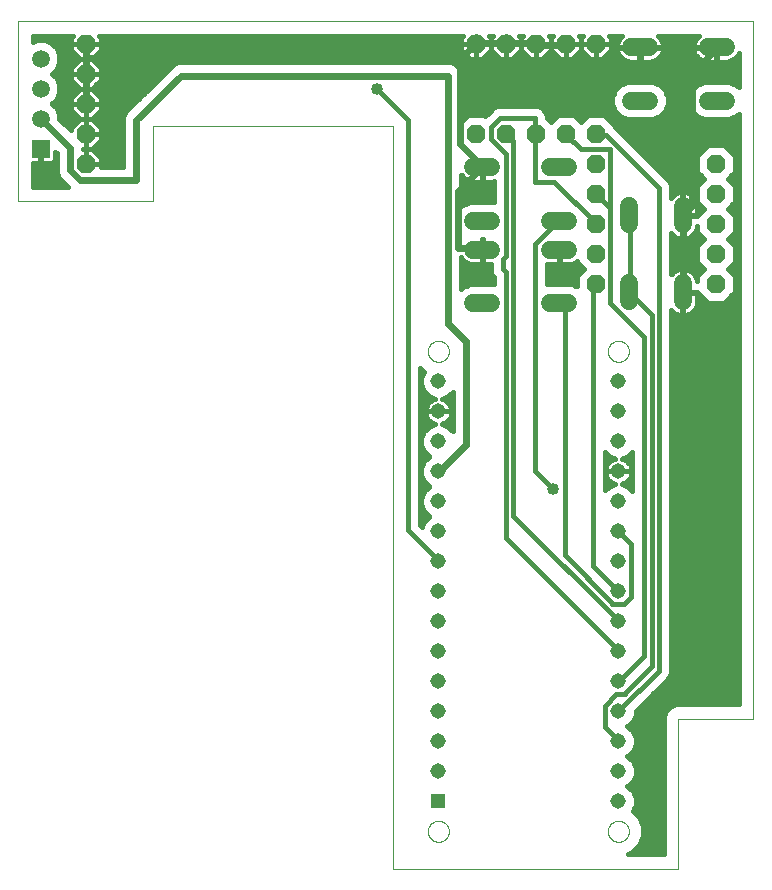
<source format=gtl>
G75*
%MOIN*%
%OFA0B0*%
%FSLAX25Y25*%
%IPPOS*%
%LPD*%
%AMOC8*
5,1,8,0,0,1.08239X$1,22.5*
%
%ADD10C,0.00000*%
%ADD11R,0.05150X0.05150*%
%ADD12C,0.05150*%
%ADD13R,0.05937X0.05937*%
%ADD14C,0.05937*%
%ADD15C,0.06000*%
%ADD16OC8,0.06300*%
%ADD17C,0.02400*%
%ADD18C,0.01600*%
%ADD19C,0.04000*%
D10*
X0126800Y0001800D02*
X0126800Y0249300D01*
X0046800Y0249300D01*
X0046800Y0224300D01*
X0001800Y0224300D01*
X0001800Y0284300D01*
X0246800Y0284300D01*
X0246800Y0051800D01*
X0221800Y0051800D01*
X0221800Y0001800D01*
X0126800Y0001800D01*
X0138300Y0014300D02*
X0138302Y0014418D01*
X0138308Y0014536D01*
X0138318Y0014654D01*
X0138332Y0014771D01*
X0138350Y0014888D01*
X0138372Y0015005D01*
X0138397Y0015120D01*
X0138427Y0015234D01*
X0138461Y0015348D01*
X0138498Y0015460D01*
X0138539Y0015571D01*
X0138584Y0015680D01*
X0138632Y0015788D01*
X0138684Y0015894D01*
X0138740Y0015999D01*
X0138799Y0016101D01*
X0138861Y0016201D01*
X0138927Y0016299D01*
X0138996Y0016395D01*
X0139069Y0016489D01*
X0139144Y0016580D01*
X0139223Y0016668D01*
X0139304Y0016754D01*
X0139389Y0016837D01*
X0139476Y0016917D01*
X0139565Y0016994D01*
X0139658Y0017068D01*
X0139752Y0017138D01*
X0139849Y0017206D01*
X0139949Y0017270D01*
X0140050Y0017331D01*
X0140153Y0017388D01*
X0140259Y0017442D01*
X0140366Y0017493D01*
X0140474Y0017539D01*
X0140584Y0017582D01*
X0140696Y0017621D01*
X0140809Y0017657D01*
X0140923Y0017688D01*
X0141038Y0017716D01*
X0141153Y0017740D01*
X0141270Y0017760D01*
X0141387Y0017776D01*
X0141505Y0017788D01*
X0141623Y0017796D01*
X0141741Y0017800D01*
X0141859Y0017800D01*
X0141977Y0017796D01*
X0142095Y0017788D01*
X0142213Y0017776D01*
X0142330Y0017760D01*
X0142447Y0017740D01*
X0142562Y0017716D01*
X0142677Y0017688D01*
X0142791Y0017657D01*
X0142904Y0017621D01*
X0143016Y0017582D01*
X0143126Y0017539D01*
X0143234Y0017493D01*
X0143341Y0017442D01*
X0143447Y0017388D01*
X0143550Y0017331D01*
X0143651Y0017270D01*
X0143751Y0017206D01*
X0143848Y0017138D01*
X0143942Y0017068D01*
X0144035Y0016994D01*
X0144124Y0016917D01*
X0144211Y0016837D01*
X0144296Y0016754D01*
X0144377Y0016668D01*
X0144456Y0016580D01*
X0144531Y0016489D01*
X0144604Y0016395D01*
X0144673Y0016299D01*
X0144739Y0016201D01*
X0144801Y0016101D01*
X0144860Y0015999D01*
X0144916Y0015894D01*
X0144968Y0015788D01*
X0145016Y0015680D01*
X0145061Y0015571D01*
X0145102Y0015460D01*
X0145139Y0015348D01*
X0145173Y0015234D01*
X0145203Y0015120D01*
X0145228Y0015005D01*
X0145250Y0014888D01*
X0145268Y0014771D01*
X0145282Y0014654D01*
X0145292Y0014536D01*
X0145298Y0014418D01*
X0145300Y0014300D01*
X0145298Y0014182D01*
X0145292Y0014064D01*
X0145282Y0013946D01*
X0145268Y0013829D01*
X0145250Y0013712D01*
X0145228Y0013595D01*
X0145203Y0013480D01*
X0145173Y0013366D01*
X0145139Y0013252D01*
X0145102Y0013140D01*
X0145061Y0013029D01*
X0145016Y0012920D01*
X0144968Y0012812D01*
X0144916Y0012706D01*
X0144860Y0012601D01*
X0144801Y0012499D01*
X0144739Y0012399D01*
X0144673Y0012301D01*
X0144604Y0012205D01*
X0144531Y0012111D01*
X0144456Y0012020D01*
X0144377Y0011932D01*
X0144296Y0011846D01*
X0144211Y0011763D01*
X0144124Y0011683D01*
X0144035Y0011606D01*
X0143942Y0011532D01*
X0143848Y0011462D01*
X0143751Y0011394D01*
X0143651Y0011330D01*
X0143550Y0011269D01*
X0143447Y0011212D01*
X0143341Y0011158D01*
X0143234Y0011107D01*
X0143126Y0011061D01*
X0143016Y0011018D01*
X0142904Y0010979D01*
X0142791Y0010943D01*
X0142677Y0010912D01*
X0142562Y0010884D01*
X0142447Y0010860D01*
X0142330Y0010840D01*
X0142213Y0010824D01*
X0142095Y0010812D01*
X0141977Y0010804D01*
X0141859Y0010800D01*
X0141741Y0010800D01*
X0141623Y0010804D01*
X0141505Y0010812D01*
X0141387Y0010824D01*
X0141270Y0010840D01*
X0141153Y0010860D01*
X0141038Y0010884D01*
X0140923Y0010912D01*
X0140809Y0010943D01*
X0140696Y0010979D01*
X0140584Y0011018D01*
X0140474Y0011061D01*
X0140366Y0011107D01*
X0140259Y0011158D01*
X0140153Y0011212D01*
X0140050Y0011269D01*
X0139949Y0011330D01*
X0139849Y0011394D01*
X0139752Y0011462D01*
X0139658Y0011532D01*
X0139565Y0011606D01*
X0139476Y0011683D01*
X0139389Y0011763D01*
X0139304Y0011846D01*
X0139223Y0011932D01*
X0139144Y0012020D01*
X0139069Y0012111D01*
X0138996Y0012205D01*
X0138927Y0012301D01*
X0138861Y0012399D01*
X0138799Y0012499D01*
X0138740Y0012601D01*
X0138684Y0012706D01*
X0138632Y0012812D01*
X0138584Y0012920D01*
X0138539Y0013029D01*
X0138498Y0013140D01*
X0138461Y0013252D01*
X0138427Y0013366D01*
X0138397Y0013480D01*
X0138372Y0013595D01*
X0138350Y0013712D01*
X0138332Y0013829D01*
X0138318Y0013946D01*
X0138308Y0014064D01*
X0138302Y0014182D01*
X0138300Y0014300D01*
X0198300Y0014300D02*
X0198302Y0014418D01*
X0198308Y0014536D01*
X0198318Y0014654D01*
X0198332Y0014771D01*
X0198350Y0014888D01*
X0198372Y0015005D01*
X0198397Y0015120D01*
X0198427Y0015234D01*
X0198461Y0015348D01*
X0198498Y0015460D01*
X0198539Y0015571D01*
X0198584Y0015680D01*
X0198632Y0015788D01*
X0198684Y0015894D01*
X0198740Y0015999D01*
X0198799Y0016101D01*
X0198861Y0016201D01*
X0198927Y0016299D01*
X0198996Y0016395D01*
X0199069Y0016489D01*
X0199144Y0016580D01*
X0199223Y0016668D01*
X0199304Y0016754D01*
X0199389Y0016837D01*
X0199476Y0016917D01*
X0199565Y0016994D01*
X0199658Y0017068D01*
X0199752Y0017138D01*
X0199849Y0017206D01*
X0199949Y0017270D01*
X0200050Y0017331D01*
X0200153Y0017388D01*
X0200259Y0017442D01*
X0200366Y0017493D01*
X0200474Y0017539D01*
X0200584Y0017582D01*
X0200696Y0017621D01*
X0200809Y0017657D01*
X0200923Y0017688D01*
X0201038Y0017716D01*
X0201153Y0017740D01*
X0201270Y0017760D01*
X0201387Y0017776D01*
X0201505Y0017788D01*
X0201623Y0017796D01*
X0201741Y0017800D01*
X0201859Y0017800D01*
X0201977Y0017796D01*
X0202095Y0017788D01*
X0202213Y0017776D01*
X0202330Y0017760D01*
X0202447Y0017740D01*
X0202562Y0017716D01*
X0202677Y0017688D01*
X0202791Y0017657D01*
X0202904Y0017621D01*
X0203016Y0017582D01*
X0203126Y0017539D01*
X0203234Y0017493D01*
X0203341Y0017442D01*
X0203447Y0017388D01*
X0203550Y0017331D01*
X0203651Y0017270D01*
X0203751Y0017206D01*
X0203848Y0017138D01*
X0203942Y0017068D01*
X0204035Y0016994D01*
X0204124Y0016917D01*
X0204211Y0016837D01*
X0204296Y0016754D01*
X0204377Y0016668D01*
X0204456Y0016580D01*
X0204531Y0016489D01*
X0204604Y0016395D01*
X0204673Y0016299D01*
X0204739Y0016201D01*
X0204801Y0016101D01*
X0204860Y0015999D01*
X0204916Y0015894D01*
X0204968Y0015788D01*
X0205016Y0015680D01*
X0205061Y0015571D01*
X0205102Y0015460D01*
X0205139Y0015348D01*
X0205173Y0015234D01*
X0205203Y0015120D01*
X0205228Y0015005D01*
X0205250Y0014888D01*
X0205268Y0014771D01*
X0205282Y0014654D01*
X0205292Y0014536D01*
X0205298Y0014418D01*
X0205300Y0014300D01*
X0205298Y0014182D01*
X0205292Y0014064D01*
X0205282Y0013946D01*
X0205268Y0013829D01*
X0205250Y0013712D01*
X0205228Y0013595D01*
X0205203Y0013480D01*
X0205173Y0013366D01*
X0205139Y0013252D01*
X0205102Y0013140D01*
X0205061Y0013029D01*
X0205016Y0012920D01*
X0204968Y0012812D01*
X0204916Y0012706D01*
X0204860Y0012601D01*
X0204801Y0012499D01*
X0204739Y0012399D01*
X0204673Y0012301D01*
X0204604Y0012205D01*
X0204531Y0012111D01*
X0204456Y0012020D01*
X0204377Y0011932D01*
X0204296Y0011846D01*
X0204211Y0011763D01*
X0204124Y0011683D01*
X0204035Y0011606D01*
X0203942Y0011532D01*
X0203848Y0011462D01*
X0203751Y0011394D01*
X0203651Y0011330D01*
X0203550Y0011269D01*
X0203447Y0011212D01*
X0203341Y0011158D01*
X0203234Y0011107D01*
X0203126Y0011061D01*
X0203016Y0011018D01*
X0202904Y0010979D01*
X0202791Y0010943D01*
X0202677Y0010912D01*
X0202562Y0010884D01*
X0202447Y0010860D01*
X0202330Y0010840D01*
X0202213Y0010824D01*
X0202095Y0010812D01*
X0201977Y0010804D01*
X0201859Y0010800D01*
X0201741Y0010800D01*
X0201623Y0010804D01*
X0201505Y0010812D01*
X0201387Y0010824D01*
X0201270Y0010840D01*
X0201153Y0010860D01*
X0201038Y0010884D01*
X0200923Y0010912D01*
X0200809Y0010943D01*
X0200696Y0010979D01*
X0200584Y0011018D01*
X0200474Y0011061D01*
X0200366Y0011107D01*
X0200259Y0011158D01*
X0200153Y0011212D01*
X0200050Y0011269D01*
X0199949Y0011330D01*
X0199849Y0011394D01*
X0199752Y0011462D01*
X0199658Y0011532D01*
X0199565Y0011606D01*
X0199476Y0011683D01*
X0199389Y0011763D01*
X0199304Y0011846D01*
X0199223Y0011932D01*
X0199144Y0012020D01*
X0199069Y0012111D01*
X0198996Y0012205D01*
X0198927Y0012301D01*
X0198861Y0012399D01*
X0198799Y0012499D01*
X0198740Y0012601D01*
X0198684Y0012706D01*
X0198632Y0012812D01*
X0198584Y0012920D01*
X0198539Y0013029D01*
X0198498Y0013140D01*
X0198461Y0013252D01*
X0198427Y0013366D01*
X0198397Y0013480D01*
X0198372Y0013595D01*
X0198350Y0013712D01*
X0198332Y0013829D01*
X0198318Y0013946D01*
X0198308Y0014064D01*
X0198302Y0014182D01*
X0198300Y0014300D01*
X0198300Y0174300D02*
X0198302Y0174418D01*
X0198308Y0174536D01*
X0198318Y0174654D01*
X0198332Y0174771D01*
X0198350Y0174888D01*
X0198372Y0175005D01*
X0198397Y0175120D01*
X0198427Y0175234D01*
X0198461Y0175348D01*
X0198498Y0175460D01*
X0198539Y0175571D01*
X0198584Y0175680D01*
X0198632Y0175788D01*
X0198684Y0175894D01*
X0198740Y0175999D01*
X0198799Y0176101D01*
X0198861Y0176201D01*
X0198927Y0176299D01*
X0198996Y0176395D01*
X0199069Y0176489D01*
X0199144Y0176580D01*
X0199223Y0176668D01*
X0199304Y0176754D01*
X0199389Y0176837D01*
X0199476Y0176917D01*
X0199565Y0176994D01*
X0199658Y0177068D01*
X0199752Y0177138D01*
X0199849Y0177206D01*
X0199949Y0177270D01*
X0200050Y0177331D01*
X0200153Y0177388D01*
X0200259Y0177442D01*
X0200366Y0177493D01*
X0200474Y0177539D01*
X0200584Y0177582D01*
X0200696Y0177621D01*
X0200809Y0177657D01*
X0200923Y0177688D01*
X0201038Y0177716D01*
X0201153Y0177740D01*
X0201270Y0177760D01*
X0201387Y0177776D01*
X0201505Y0177788D01*
X0201623Y0177796D01*
X0201741Y0177800D01*
X0201859Y0177800D01*
X0201977Y0177796D01*
X0202095Y0177788D01*
X0202213Y0177776D01*
X0202330Y0177760D01*
X0202447Y0177740D01*
X0202562Y0177716D01*
X0202677Y0177688D01*
X0202791Y0177657D01*
X0202904Y0177621D01*
X0203016Y0177582D01*
X0203126Y0177539D01*
X0203234Y0177493D01*
X0203341Y0177442D01*
X0203447Y0177388D01*
X0203550Y0177331D01*
X0203651Y0177270D01*
X0203751Y0177206D01*
X0203848Y0177138D01*
X0203942Y0177068D01*
X0204035Y0176994D01*
X0204124Y0176917D01*
X0204211Y0176837D01*
X0204296Y0176754D01*
X0204377Y0176668D01*
X0204456Y0176580D01*
X0204531Y0176489D01*
X0204604Y0176395D01*
X0204673Y0176299D01*
X0204739Y0176201D01*
X0204801Y0176101D01*
X0204860Y0175999D01*
X0204916Y0175894D01*
X0204968Y0175788D01*
X0205016Y0175680D01*
X0205061Y0175571D01*
X0205102Y0175460D01*
X0205139Y0175348D01*
X0205173Y0175234D01*
X0205203Y0175120D01*
X0205228Y0175005D01*
X0205250Y0174888D01*
X0205268Y0174771D01*
X0205282Y0174654D01*
X0205292Y0174536D01*
X0205298Y0174418D01*
X0205300Y0174300D01*
X0205298Y0174182D01*
X0205292Y0174064D01*
X0205282Y0173946D01*
X0205268Y0173829D01*
X0205250Y0173712D01*
X0205228Y0173595D01*
X0205203Y0173480D01*
X0205173Y0173366D01*
X0205139Y0173252D01*
X0205102Y0173140D01*
X0205061Y0173029D01*
X0205016Y0172920D01*
X0204968Y0172812D01*
X0204916Y0172706D01*
X0204860Y0172601D01*
X0204801Y0172499D01*
X0204739Y0172399D01*
X0204673Y0172301D01*
X0204604Y0172205D01*
X0204531Y0172111D01*
X0204456Y0172020D01*
X0204377Y0171932D01*
X0204296Y0171846D01*
X0204211Y0171763D01*
X0204124Y0171683D01*
X0204035Y0171606D01*
X0203942Y0171532D01*
X0203848Y0171462D01*
X0203751Y0171394D01*
X0203651Y0171330D01*
X0203550Y0171269D01*
X0203447Y0171212D01*
X0203341Y0171158D01*
X0203234Y0171107D01*
X0203126Y0171061D01*
X0203016Y0171018D01*
X0202904Y0170979D01*
X0202791Y0170943D01*
X0202677Y0170912D01*
X0202562Y0170884D01*
X0202447Y0170860D01*
X0202330Y0170840D01*
X0202213Y0170824D01*
X0202095Y0170812D01*
X0201977Y0170804D01*
X0201859Y0170800D01*
X0201741Y0170800D01*
X0201623Y0170804D01*
X0201505Y0170812D01*
X0201387Y0170824D01*
X0201270Y0170840D01*
X0201153Y0170860D01*
X0201038Y0170884D01*
X0200923Y0170912D01*
X0200809Y0170943D01*
X0200696Y0170979D01*
X0200584Y0171018D01*
X0200474Y0171061D01*
X0200366Y0171107D01*
X0200259Y0171158D01*
X0200153Y0171212D01*
X0200050Y0171269D01*
X0199949Y0171330D01*
X0199849Y0171394D01*
X0199752Y0171462D01*
X0199658Y0171532D01*
X0199565Y0171606D01*
X0199476Y0171683D01*
X0199389Y0171763D01*
X0199304Y0171846D01*
X0199223Y0171932D01*
X0199144Y0172020D01*
X0199069Y0172111D01*
X0198996Y0172205D01*
X0198927Y0172301D01*
X0198861Y0172399D01*
X0198799Y0172499D01*
X0198740Y0172601D01*
X0198684Y0172706D01*
X0198632Y0172812D01*
X0198584Y0172920D01*
X0198539Y0173029D01*
X0198498Y0173140D01*
X0198461Y0173252D01*
X0198427Y0173366D01*
X0198397Y0173480D01*
X0198372Y0173595D01*
X0198350Y0173712D01*
X0198332Y0173829D01*
X0198318Y0173946D01*
X0198308Y0174064D01*
X0198302Y0174182D01*
X0198300Y0174300D01*
X0138300Y0174300D02*
X0138302Y0174418D01*
X0138308Y0174536D01*
X0138318Y0174654D01*
X0138332Y0174771D01*
X0138350Y0174888D01*
X0138372Y0175005D01*
X0138397Y0175120D01*
X0138427Y0175234D01*
X0138461Y0175348D01*
X0138498Y0175460D01*
X0138539Y0175571D01*
X0138584Y0175680D01*
X0138632Y0175788D01*
X0138684Y0175894D01*
X0138740Y0175999D01*
X0138799Y0176101D01*
X0138861Y0176201D01*
X0138927Y0176299D01*
X0138996Y0176395D01*
X0139069Y0176489D01*
X0139144Y0176580D01*
X0139223Y0176668D01*
X0139304Y0176754D01*
X0139389Y0176837D01*
X0139476Y0176917D01*
X0139565Y0176994D01*
X0139658Y0177068D01*
X0139752Y0177138D01*
X0139849Y0177206D01*
X0139949Y0177270D01*
X0140050Y0177331D01*
X0140153Y0177388D01*
X0140259Y0177442D01*
X0140366Y0177493D01*
X0140474Y0177539D01*
X0140584Y0177582D01*
X0140696Y0177621D01*
X0140809Y0177657D01*
X0140923Y0177688D01*
X0141038Y0177716D01*
X0141153Y0177740D01*
X0141270Y0177760D01*
X0141387Y0177776D01*
X0141505Y0177788D01*
X0141623Y0177796D01*
X0141741Y0177800D01*
X0141859Y0177800D01*
X0141977Y0177796D01*
X0142095Y0177788D01*
X0142213Y0177776D01*
X0142330Y0177760D01*
X0142447Y0177740D01*
X0142562Y0177716D01*
X0142677Y0177688D01*
X0142791Y0177657D01*
X0142904Y0177621D01*
X0143016Y0177582D01*
X0143126Y0177539D01*
X0143234Y0177493D01*
X0143341Y0177442D01*
X0143447Y0177388D01*
X0143550Y0177331D01*
X0143651Y0177270D01*
X0143751Y0177206D01*
X0143848Y0177138D01*
X0143942Y0177068D01*
X0144035Y0176994D01*
X0144124Y0176917D01*
X0144211Y0176837D01*
X0144296Y0176754D01*
X0144377Y0176668D01*
X0144456Y0176580D01*
X0144531Y0176489D01*
X0144604Y0176395D01*
X0144673Y0176299D01*
X0144739Y0176201D01*
X0144801Y0176101D01*
X0144860Y0175999D01*
X0144916Y0175894D01*
X0144968Y0175788D01*
X0145016Y0175680D01*
X0145061Y0175571D01*
X0145102Y0175460D01*
X0145139Y0175348D01*
X0145173Y0175234D01*
X0145203Y0175120D01*
X0145228Y0175005D01*
X0145250Y0174888D01*
X0145268Y0174771D01*
X0145282Y0174654D01*
X0145292Y0174536D01*
X0145298Y0174418D01*
X0145300Y0174300D01*
X0145298Y0174182D01*
X0145292Y0174064D01*
X0145282Y0173946D01*
X0145268Y0173829D01*
X0145250Y0173712D01*
X0145228Y0173595D01*
X0145203Y0173480D01*
X0145173Y0173366D01*
X0145139Y0173252D01*
X0145102Y0173140D01*
X0145061Y0173029D01*
X0145016Y0172920D01*
X0144968Y0172812D01*
X0144916Y0172706D01*
X0144860Y0172601D01*
X0144801Y0172499D01*
X0144739Y0172399D01*
X0144673Y0172301D01*
X0144604Y0172205D01*
X0144531Y0172111D01*
X0144456Y0172020D01*
X0144377Y0171932D01*
X0144296Y0171846D01*
X0144211Y0171763D01*
X0144124Y0171683D01*
X0144035Y0171606D01*
X0143942Y0171532D01*
X0143848Y0171462D01*
X0143751Y0171394D01*
X0143651Y0171330D01*
X0143550Y0171269D01*
X0143447Y0171212D01*
X0143341Y0171158D01*
X0143234Y0171107D01*
X0143126Y0171061D01*
X0143016Y0171018D01*
X0142904Y0170979D01*
X0142791Y0170943D01*
X0142677Y0170912D01*
X0142562Y0170884D01*
X0142447Y0170860D01*
X0142330Y0170840D01*
X0142213Y0170824D01*
X0142095Y0170812D01*
X0141977Y0170804D01*
X0141859Y0170800D01*
X0141741Y0170800D01*
X0141623Y0170804D01*
X0141505Y0170812D01*
X0141387Y0170824D01*
X0141270Y0170840D01*
X0141153Y0170860D01*
X0141038Y0170884D01*
X0140923Y0170912D01*
X0140809Y0170943D01*
X0140696Y0170979D01*
X0140584Y0171018D01*
X0140474Y0171061D01*
X0140366Y0171107D01*
X0140259Y0171158D01*
X0140153Y0171212D01*
X0140050Y0171269D01*
X0139949Y0171330D01*
X0139849Y0171394D01*
X0139752Y0171462D01*
X0139658Y0171532D01*
X0139565Y0171606D01*
X0139476Y0171683D01*
X0139389Y0171763D01*
X0139304Y0171846D01*
X0139223Y0171932D01*
X0139144Y0172020D01*
X0139069Y0172111D01*
X0138996Y0172205D01*
X0138927Y0172301D01*
X0138861Y0172399D01*
X0138799Y0172499D01*
X0138740Y0172601D01*
X0138684Y0172706D01*
X0138632Y0172812D01*
X0138584Y0172920D01*
X0138539Y0173029D01*
X0138498Y0173140D01*
X0138461Y0173252D01*
X0138427Y0173366D01*
X0138397Y0173480D01*
X0138372Y0173595D01*
X0138350Y0173712D01*
X0138332Y0173829D01*
X0138318Y0173946D01*
X0138308Y0174064D01*
X0138302Y0174182D01*
X0138300Y0174300D01*
D11*
X0141800Y0024300D03*
D12*
X0141800Y0034300D03*
X0141800Y0044300D03*
X0141800Y0054300D03*
X0141800Y0064300D03*
X0141800Y0074300D03*
X0141800Y0084300D03*
X0141800Y0094300D03*
X0141800Y0104300D03*
X0141800Y0114300D03*
X0141800Y0124300D03*
X0141800Y0134300D03*
X0141800Y0144300D03*
X0141800Y0154300D03*
X0141800Y0164300D03*
X0201800Y0164300D03*
X0201800Y0154300D03*
X0201800Y0144300D03*
X0201800Y0134300D03*
X0201800Y0124300D03*
X0201800Y0114300D03*
X0201800Y0104300D03*
X0201800Y0094300D03*
X0201800Y0084300D03*
X0201800Y0074300D03*
X0201800Y0064300D03*
X0201800Y0054300D03*
X0201800Y0044300D03*
X0201800Y0034300D03*
X0201800Y0024300D03*
D13*
X0009300Y0241800D03*
D14*
X0009300Y0251800D03*
X0009300Y0261800D03*
X0009300Y0271800D03*
D15*
X0153500Y0235700D02*
X0159500Y0235700D01*
X0159500Y0217900D02*
X0153500Y0217900D01*
X0153500Y0208200D02*
X0159500Y0208200D01*
X0159500Y0190400D02*
X0153500Y0190400D01*
X0179100Y0190400D02*
X0185100Y0190400D01*
X0185100Y0208200D02*
X0179100Y0208200D01*
X0179100Y0217900D02*
X0185100Y0217900D01*
X0185100Y0235700D02*
X0179100Y0235700D01*
X0205400Y0222600D02*
X0205400Y0216600D01*
X0205400Y0197000D02*
X0205400Y0191000D01*
X0223200Y0191000D02*
X0223200Y0197000D01*
X0223200Y0216600D02*
X0223200Y0222600D01*
X0231600Y0257900D02*
X0237600Y0257900D01*
X0237600Y0275700D02*
X0231600Y0275700D01*
X0212000Y0275700D02*
X0206000Y0275700D01*
X0206000Y0257900D02*
X0212000Y0257900D01*
D16*
X0194300Y0246800D03*
X0194300Y0236800D03*
X0194300Y0226800D03*
X0194300Y0216800D03*
X0194300Y0206800D03*
X0194300Y0196800D03*
X0234300Y0196800D03*
X0234300Y0206800D03*
X0234300Y0216800D03*
X0234300Y0226800D03*
X0234300Y0236800D03*
X0194300Y0276800D03*
X0184300Y0276800D03*
X0174300Y0276800D03*
X0164300Y0276800D03*
X0154300Y0276800D03*
X0154300Y0246800D03*
X0164300Y0246800D03*
X0174300Y0246800D03*
X0184300Y0246800D03*
X0024300Y0246800D03*
X0024300Y0256800D03*
X0024300Y0266800D03*
X0024300Y0276800D03*
X0024300Y0236800D03*
D17*
X0019024Y0234694D02*
X0022469Y0231249D01*
X0041170Y0231249D01*
X0041170Y0251426D01*
X0055934Y0266190D01*
X0145009Y0266190D01*
X0145009Y0183513D01*
X0150914Y0177607D01*
X0150914Y0143158D01*
X0142056Y0134300D01*
X0141800Y0134300D01*
X0148454Y0208611D02*
X0148454Y0227804D01*
X0156328Y0235678D01*
X0156500Y0235700D01*
X0155835Y0236662D01*
X0148946Y0243552D01*
X0148946Y0271603D01*
X0147961Y0272095D01*
X0024438Y0272095D01*
X0024438Y0267174D01*
X0024300Y0266800D01*
X0024438Y0265698D01*
X0024438Y0256839D01*
X0024300Y0256800D01*
X0019024Y0242076D02*
X0019024Y0234694D01*
X0019024Y0242076D02*
X0009300Y0251800D01*
X0024438Y0272095D02*
X0024438Y0276524D01*
X0024300Y0276800D01*
X0148946Y0271603D02*
X0153375Y0276032D01*
X0154300Y0276800D01*
X0154359Y0277017D01*
X0164202Y0277017D01*
X0164300Y0276800D01*
X0165186Y0277017D01*
X0174044Y0277017D01*
X0174300Y0276800D01*
X0175520Y0276524D01*
X0183887Y0276524D01*
X0184300Y0276800D01*
X0226209Y0267174D02*
X0234576Y0275540D01*
X0234600Y0275700D01*
X0226209Y0267174D02*
X0226209Y0222883D01*
X0223749Y0220422D01*
X0223200Y0219600D01*
X0223257Y0219438D01*
X0223257Y0194339D01*
X0223200Y0194000D01*
X0156500Y0208200D02*
X0156328Y0208611D01*
X0148454Y0208611D01*
D18*
X0149409Y0205665D02*
X0149839Y0205073D01*
X0150373Y0204539D01*
X0150984Y0204095D01*
X0151657Y0203752D01*
X0152376Y0203518D01*
X0153122Y0203400D01*
X0156300Y0203400D01*
X0156300Y0208000D01*
X0156700Y0208000D01*
X0156700Y0203400D01*
X0159217Y0203400D01*
X0159217Y0200926D01*
X0159826Y0199455D01*
X0160202Y0199080D01*
X0160202Y0196600D01*
X0152267Y0196600D01*
X0149988Y0195656D01*
X0149409Y0195077D01*
X0149409Y0205665D01*
X0149409Y0204160D02*
X0150894Y0204160D01*
X0149409Y0202562D02*
X0159217Y0202562D01*
X0159217Y0200963D02*
X0149409Y0200963D01*
X0149409Y0199365D02*
X0159917Y0199365D01*
X0160202Y0197766D02*
X0149409Y0197766D01*
X0149409Y0196168D02*
X0151223Y0196168D01*
X0156300Y0204160D02*
X0156700Y0204160D01*
X0156700Y0205759D02*
X0156300Y0205759D01*
X0156300Y0207357D02*
X0156700Y0207357D01*
X0156700Y0208400D02*
X0156300Y0208400D01*
X0156300Y0211700D01*
X0156700Y0211700D01*
X0156700Y0208400D01*
X0156700Y0208956D02*
X0156300Y0208956D01*
X0156300Y0210554D02*
X0156700Y0210554D01*
X0163217Y0205166D02*
X0164202Y0206150D01*
X0164202Y0240107D01*
X0159280Y0245028D01*
X0159280Y0248965D01*
X0162233Y0251918D01*
X0174044Y0251918D01*
X0174044Y0246997D01*
X0174300Y0246800D01*
X0174044Y0246013D01*
X0174044Y0230757D01*
X0180442Y0230757D01*
X0194221Y0216977D01*
X0194300Y0216800D01*
X0199143Y0221898D02*
X0198650Y0222391D01*
X0199143Y0222883D01*
X0199143Y0241583D01*
X0189300Y0241583D01*
X0184379Y0246505D01*
X0184300Y0246800D01*
X0189300Y0250780D02*
X0186930Y0253150D01*
X0181670Y0253150D01*
X0179300Y0250780D01*
X0178044Y0252036D01*
X0178044Y0252714D01*
X0177435Y0254184D01*
X0176310Y0255309D01*
X0174840Y0255918D01*
X0161437Y0255918D01*
X0159967Y0255309D01*
X0158842Y0254184D01*
X0157369Y0252711D01*
X0156930Y0253150D01*
X0151670Y0253150D01*
X0149409Y0250889D01*
X0149409Y0267065D01*
X0148739Y0268682D01*
X0147501Y0269920D01*
X0145884Y0270590D01*
X0055059Y0270590D01*
X0053441Y0269920D01*
X0052204Y0268682D01*
X0037440Y0253918D01*
X0036770Y0252301D01*
X0036770Y0235649D01*
X0029250Y0235649D01*
X0029250Y0236700D01*
X0024400Y0236700D01*
X0024400Y0236900D01*
X0024200Y0236900D01*
X0024200Y0241750D01*
X0023424Y0241750D01*
X0023424Y0241850D01*
X0024200Y0241850D01*
X0024200Y0246700D01*
X0024400Y0246700D01*
X0024400Y0246900D01*
X0024200Y0246900D01*
X0024200Y0251750D01*
X0022250Y0251750D01*
X0019350Y0248850D01*
X0019350Y0247973D01*
X0015468Y0251854D01*
X0015468Y0253027D01*
X0014529Y0255294D01*
X0013024Y0256800D01*
X0014529Y0258306D01*
X0015468Y0260573D01*
X0015468Y0263027D01*
X0014529Y0265294D01*
X0013024Y0266800D01*
X0014529Y0268306D01*
X0015468Y0270573D01*
X0015468Y0273027D01*
X0014529Y0275294D01*
X0012794Y0277029D01*
X0010527Y0277968D01*
X0008073Y0277968D01*
X0006600Y0277358D01*
X0006600Y0279500D01*
X0020000Y0279500D01*
X0019350Y0278850D01*
X0019350Y0276900D01*
X0024200Y0276900D01*
X0024200Y0276700D01*
X0024400Y0276700D01*
X0024400Y0276900D01*
X0029250Y0276900D01*
X0029250Y0278850D01*
X0028600Y0279500D01*
X0150000Y0279500D01*
X0149350Y0278850D01*
X0149350Y0276900D01*
X0154200Y0276900D01*
X0154200Y0279500D01*
X0154400Y0279500D01*
X0154400Y0276900D01*
X0154200Y0276900D01*
X0154200Y0276700D01*
X0154400Y0276700D01*
X0154400Y0276900D01*
X0159250Y0276900D01*
X0159250Y0278850D01*
X0158600Y0279500D01*
X0160000Y0279500D01*
X0159350Y0278850D01*
X0159350Y0276900D01*
X0164200Y0276900D01*
X0164200Y0279500D01*
X0164400Y0279500D01*
X0164400Y0276900D01*
X0164200Y0276900D01*
X0164200Y0276700D01*
X0164400Y0276700D01*
X0164400Y0276900D01*
X0169250Y0276900D01*
X0169250Y0278850D01*
X0168600Y0279500D01*
X0170000Y0279500D01*
X0169350Y0278850D01*
X0169350Y0276900D01*
X0174200Y0276900D01*
X0174200Y0276700D01*
X0174400Y0276700D01*
X0174400Y0276900D01*
X0179250Y0276900D01*
X0179250Y0278850D01*
X0178600Y0279500D01*
X0180000Y0279500D01*
X0179350Y0278850D01*
X0179350Y0276900D01*
X0184200Y0276900D01*
X0184200Y0276700D01*
X0184400Y0276700D01*
X0184400Y0276900D01*
X0189250Y0276900D01*
X0189250Y0278850D01*
X0188600Y0279500D01*
X0190000Y0279500D01*
X0189350Y0278850D01*
X0189350Y0276900D01*
X0194200Y0276900D01*
X0194200Y0276700D01*
X0194400Y0276700D01*
X0194400Y0276900D01*
X0199250Y0276900D01*
X0199250Y0278850D01*
X0198600Y0279500D01*
X0203064Y0279500D01*
X0202873Y0279361D01*
X0202339Y0278827D01*
X0201895Y0278216D01*
X0201552Y0277543D01*
X0201318Y0276824D01*
X0201200Y0276078D01*
X0201200Y0275900D01*
X0208800Y0275900D01*
X0208800Y0275500D01*
X0209200Y0275500D01*
X0209200Y0275900D01*
X0216800Y0275900D01*
X0216800Y0276078D01*
X0216682Y0276824D01*
X0216448Y0277543D01*
X0216105Y0278216D01*
X0215661Y0278827D01*
X0215127Y0279361D01*
X0214936Y0279500D01*
X0228664Y0279500D01*
X0228473Y0279361D01*
X0227939Y0278827D01*
X0227495Y0278216D01*
X0227152Y0277543D01*
X0226918Y0276824D01*
X0226800Y0276078D01*
X0226800Y0275900D01*
X0234400Y0275900D01*
X0234400Y0275500D01*
X0234800Y0275500D01*
X0234800Y0270900D01*
X0237978Y0270900D01*
X0238724Y0271018D01*
X0239443Y0271252D01*
X0240116Y0271595D01*
X0240727Y0272039D01*
X0241261Y0272573D01*
X0241705Y0273184D01*
X0242000Y0273763D01*
X0242000Y0262268D01*
X0241112Y0263156D01*
X0238833Y0264100D01*
X0230367Y0264100D01*
X0228088Y0263156D01*
X0226344Y0261412D01*
X0225400Y0259133D01*
X0225400Y0256667D01*
X0226344Y0254388D01*
X0228088Y0252644D01*
X0230367Y0251700D01*
X0238833Y0251700D01*
X0241112Y0252644D01*
X0242000Y0253532D01*
X0242000Y0056600D01*
X0220845Y0056600D01*
X0219081Y0055869D01*
X0217731Y0054519D01*
X0217000Y0052755D01*
X0217000Y0006600D01*
X0204899Y0006600D01*
X0206502Y0007264D01*
X0208836Y0009598D01*
X0210100Y0012649D01*
X0210100Y0015951D01*
X0208836Y0019002D01*
X0206729Y0021109D01*
X0207575Y0023151D01*
X0207575Y0025449D01*
X0206696Y0027571D01*
X0205071Y0029196D01*
X0204819Y0029300D01*
X0205071Y0029404D01*
X0206696Y0031029D01*
X0207575Y0033151D01*
X0207575Y0035449D01*
X0206696Y0037571D01*
X0205071Y0039196D01*
X0204819Y0039300D01*
X0205071Y0039404D01*
X0206696Y0041029D01*
X0207575Y0043151D01*
X0207575Y0045449D01*
X0206696Y0047571D01*
X0205071Y0049196D01*
X0204819Y0049300D01*
X0205071Y0049404D01*
X0206696Y0051029D01*
X0207575Y0053151D01*
X0207575Y0054398D01*
X0217648Y0064472D01*
X0218774Y0065597D01*
X0219383Y0067067D01*
X0219383Y0188088D01*
X0219539Y0187873D01*
X0220073Y0187339D01*
X0220684Y0186895D01*
X0221357Y0186552D01*
X0222076Y0186318D01*
X0222822Y0186200D01*
X0223000Y0186200D01*
X0223000Y0193800D01*
X0223400Y0193800D01*
X0223400Y0194200D01*
X0223000Y0194200D01*
X0223000Y0201800D01*
X0222822Y0201800D01*
X0222076Y0201682D01*
X0221357Y0201448D01*
X0220684Y0201105D01*
X0220073Y0200661D01*
X0219539Y0200127D01*
X0219383Y0199912D01*
X0219383Y0213688D01*
X0219539Y0213473D01*
X0220073Y0212939D01*
X0220684Y0212495D01*
X0221357Y0212152D01*
X0222076Y0211918D01*
X0222822Y0211800D01*
X0223000Y0211800D01*
X0223000Y0219400D01*
X0223400Y0219400D01*
X0223400Y0219800D01*
X0223000Y0219800D01*
X0223000Y0227400D01*
X0222822Y0227400D01*
X0222076Y0227282D01*
X0221357Y0227048D01*
X0220684Y0226705D01*
X0220073Y0226261D01*
X0219539Y0225727D01*
X0219383Y0225512D01*
X0219383Y0229584D01*
X0218774Y0231054D01*
X0201057Y0248771D01*
X0200650Y0249178D01*
X0200650Y0249430D01*
X0196930Y0253150D01*
X0191670Y0253150D01*
X0189300Y0250780D01*
X0187965Y0252116D02*
X0190635Y0252116D01*
X0194300Y0246800D02*
X0194713Y0246505D01*
X0197666Y0246505D01*
X0215383Y0228788D01*
X0215383Y0067863D01*
X0202095Y0054576D01*
X0201800Y0054300D01*
X0197174Y0056052D02*
X0201111Y0059989D01*
X0204064Y0059989D01*
X0204064Y0060481D01*
X0212922Y0069339D01*
X0212922Y0186465D01*
X0205540Y0193847D01*
X0205400Y0194000D01*
X0205540Y0194339D01*
X0205540Y0219438D01*
X0205400Y0219600D01*
X0199143Y0221898D02*
X0199143Y0190402D01*
X0210461Y0179083D01*
X0210461Y0072784D01*
X0202095Y0064418D01*
X0201800Y0064300D01*
X0197174Y0056052D02*
X0197174Y0049162D01*
X0201603Y0044733D01*
X0201800Y0044300D01*
X0205162Y0049105D02*
X0217000Y0049105D01*
X0217000Y0050703D02*
X0206370Y0050703D01*
X0207223Y0052302D02*
X0217000Y0052302D01*
X0217474Y0053900D02*
X0207575Y0053900D01*
X0208675Y0055499D02*
X0218711Y0055499D01*
X0213471Y0060294D02*
X0242000Y0060294D01*
X0242000Y0058696D02*
X0211872Y0058696D01*
X0210274Y0057097D02*
X0242000Y0057097D01*
X0242000Y0061893D02*
X0215069Y0061893D01*
X0216668Y0063491D02*
X0242000Y0063491D01*
X0242000Y0065090D02*
X0218266Y0065090D01*
X0219226Y0066688D02*
X0242000Y0066688D01*
X0242000Y0068287D02*
X0219383Y0068287D01*
X0219383Y0069885D02*
X0242000Y0069885D01*
X0242000Y0071484D02*
X0219383Y0071484D01*
X0219383Y0073082D02*
X0242000Y0073082D01*
X0242000Y0074681D02*
X0219383Y0074681D01*
X0219383Y0076279D02*
X0242000Y0076279D01*
X0242000Y0077878D02*
X0219383Y0077878D01*
X0219383Y0079476D02*
X0242000Y0079476D01*
X0242000Y0081075D02*
X0219383Y0081075D01*
X0219383Y0082673D02*
X0242000Y0082673D01*
X0242000Y0084272D02*
X0219383Y0084272D01*
X0219383Y0085870D02*
X0242000Y0085870D01*
X0242000Y0087469D02*
X0219383Y0087469D01*
X0219383Y0089068D02*
X0242000Y0089068D01*
X0242000Y0090666D02*
X0219383Y0090666D01*
X0219383Y0092265D02*
X0242000Y0092265D01*
X0242000Y0093863D02*
X0219383Y0093863D01*
X0219383Y0095462D02*
X0242000Y0095462D01*
X0242000Y0097060D02*
X0219383Y0097060D01*
X0219383Y0098659D02*
X0242000Y0098659D01*
X0242000Y0100257D02*
X0219383Y0100257D01*
X0219383Y0101856D02*
X0242000Y0101856D01*
X0242000Y0103454D02*
X0219383Y0103454D01*
X0219383Y0105053D02*
X0242000Y0105053D01*
X0242000Y0106651D02*
X0219383Y0106651D01*
X0219383Y0108250D02*
X0242000Y0108250D01*
X0242000Y0109848D02*
X0219383Y0109848D01*
X0219383Y0111447D02*
X0242000Y0111447D01*
X0242000Y0113045D02*
X0219383Y0113045D01*
X0219383Y0114644D02*
X0242000Y0114644D01*
X0242000Y0116242D02*
X0219383Y0116242D01*
X0219383Y0117841D02*
X0242000Y0117841D01*
X0242000Y0119439D02*
X0219383Y0119439D01*
X0219383Y0121038D02*
X0242000Y0121038D01*
X0242000Y0122636D02*
X0219383Y0122636D01*
X0219383Y0124235D02*
X0242000Y0124235D01*
X0242000Y0125833D02*
X0219383Y0125833D01*
X0219383Y0127432D02*
X0242000Y0127432D01*
X0242000Y0129030D02*
X0219383Y0129030D01*
X0219383Y0130629D02*
X0242000Y0130629D01*
X0242000Y0132227D02*
X0219383Y0132227D01*
X0219383Y0133826D02*
X0242000Y0133826D01*
X0242000Y0135424D02*
X0219383Y0135424D01*
X0219383Y0137023D02*
X0242000Y0137023D01*
X0242000Y0138621D02*
X0219383Y0138621D01*
X0219383Y0140220D02*
X0242000Y0140220D01*
X0242000Y0141818D02*
X0219383Y0141818D01*
X0219383Y0143417D02*
X0242000Y0143417D01*
X0242000Y0145015D02*
X0219383Y0145015D01*
X0219383Y0146614D02*
X0242000Y0146614D01*
X0242000Y0148212D02*
X0219383Y0148212D01*
X0219383Y0149811D02*
X0242000Y0149811D01*
X0242000Y0151409D02*
X0219383Y0151409D01*
X0219383Y0153008D02*
X0242000Y0153008D01*
X0242000Y0154606D02*
X0219383Y0154606D01*
X0219383Y0156205D02*
X0242000Y0156205D01*
X0242000Y0157803D02*
X0219383Y0157803D01*
X0219383Y0159402D02*
X0242000Y0159402D01*
X0242000Y0161001D02*
X0219383Y0161001D01*
X0219383Y0162599D02*
X0242000Y0162599D01*
X0242000Y0164198D02*
X0219383Y0164198D01*
X0219383Y0165796D02*
X0242000Y0165796D01*
X0242000Y0167395D02*
X0219383Y0167395D01*
X0219383Y0168993D02*
X0242000Y0168993D01*
X0242000Y0170592D02*
X0219383Y0170592D01*
X0219383Y0172190D02*
X0242000Y0172190D01*
X0242000Y0173789D02*
X0219383Y0173789D01*
X0219383Y0175387D02*
X0242000Y0175387D01*
X0242000Y0176986D02*
X0219383Y0176986D01*
X0219383Y0178584D02*
X0242000Y0178584D01*
X0242000Y0180183D02*
X0219383Y0180183D01*
X0219383Y0181781D02*
X0242000Y0181781D01*
X0242000Y0183380D02*
X0219383Y0183380D01*
X0219383Y0184978D02*
X0242000Y0184978D01*
X0242000Y0186577D02*
X0225092Y0186577D01*
X0225043Y0186552D02*
X0225716Y0186895D01*
X0226327Y0187339D01*
X0226861Y0187873D01*
X0227305Y0188484D01*
X0227648Y0189157D01*
X0227882Y0189876D01*
X0228000Y0190622D01*
X0228000Y0193800D01*
X0223400Y0193800D01*
X0223400Y0186200D01*
X0223578Y0186200D01*
X0224324Y0186318D01*
X0225043Y0186552D01*
X0223400Y0186577D02*
X0223000Y0186577D01*
X0223000Y0188175D02*
X0223400Y0188175D01*
X0223400Y0189774D02*
X0223000Y0189774D01*
X0223000Y0191372D02*
X0223400Y0191372D01*
X0223400Y0192971D02*
X0223000Y0192971D01*
X0223400Y0194200D02*
X0227950Y0194200D01*
X0227950Y0194170D01*
X0231670Y0190450D01*
X0236930Y0190450D01*
X0240650Y0194170D01*
X0240650Y0199430D01*
X0238280Y0201800D01*
X0240650Y0204170D01*
X0240650Y0209430D01*
X0238280Y0211800D01*
X0240650Y0214170D01*
X0240650Y0219430D01*
X0238280Y0221800D01*
X0240650Y0224170D01*
X0240650Y0229430D01*
X0238280Y0231800D01*
X0240650Y0234170D01*
X0240650Y0239430D01*
X0236930Y0243150D01*
X0231670Y0243150D01*
X0227950Y0239430D01*
X0227950Y0234170D01*
X0230320Y0231800D01*
X0227950Y0229430D01*
X0227950Y0224170D01*
X0230320Y0221800D01*
X0227950Y0219430D01*
X0227950Y0219400D01*
X0223400Y0219400D01*
X0223400Y0211800D01*
X0223578Y0211800D01*
X0224324Y0211918D01*
X0225043Y0212152D01*
X0225716Y0212495D01*
X0226327Y0212939D01*
X0226861Y0213473D01*
X0227305Y0214084D01*
X0227648Y0214757D01*
X0227882Y0215476D01*
X0227950Y0215907D01*
X0227950Y0214170D01*
X0230320Y0211800D01*
X0227950Y0209430D01*
X0227950Y0204170D01*
X0230320Y0201800D01*
X0227950Y0199430D01*
X0227950Y0197693D01*
X0227882Y0198124D01*
X0227648Y0198843D01*
X0227305Y0199516D01*
X0226861Y0200127D01*
X0226327Y0200661D01*
X0225716Y0201105D01*
X0225043Y0201448D01*
X0224324Y0201682D01*
X0223578Y0201800D01*
X0223400Y0201800D01*
X0223400Y0194200D01*
X0223400Y0194569D02*
X0223000Y0194569D01*
X0223000Y0196168D02*
X0223400Y0196168D01*
X0223400Y0197766D02*
X0223000Y0197766D01*
X0223000Y0199365D02*
X0223400Y0199365D01*
X0223400Y0200963D02*
X0223000Y0200963D01*
X0220489Y0200963D02*
X0219383Y0200963D01*
X0219383Y0202562D02*
X0229558Y0202562D01*
X0229483Y0200963D02*
X0225911Y0200963D01*
X0227382Y0199365D02*
X0227950Y0199365D01*
X0227938Y0197766D02*
X0227950Y0197766D01*
X0228000Y0192971D02*
X0229149Y0192971D01*
X0228000Y0191372D02*
X0230748Y0191372D01*
X0227849Y0189774D02*
X0242000Y0189774D01*
X0242000Y0191372D02*
X0237852Y0191372D01*
X0239451Y0192971D02*
X0242000Y0192971D01*
X0242000Y0194569D02*
X0240650Y0194569D01*
X0240650Y0196168D02*
X0242000Y0196168D01*
X0242000Y0197766D02*
X0240650Y0197766D01*
X0240650Y0199365D02*
X0242000Y0199365D01*
X0242000Y0200963D02*
X0239117Y0200963D01*
X0239042Y0202562D02*
X0242000Y0202562D01*
X0242000Y0204160D02*
X0240641Y0204160D01*
X0240650Y0205759D02*
X0242000Y0205759D01*
X0242000Y0207357D02*
X0240650Y0207357D01*
X0240650Y0208956D02*
X0242000Y0208956D01*
X0242000Y0210554D02*
X0239526Y0210554D01*
X0238633Y0212153D02*
X0242000Y0212153D01*
X0242000Y0213751D02*
X0240232Y0213751D01*
X0240650Y0215350D02*
X0242000Y0215350D01*
X0242000Y0216948D02*
X0240650Y0216948D01*
X0240650Y0218547D02*
X0242000Y0218547D01*
X0242000Y0220145D02*
X0239935Y0220145D01*
X0238336Y0221744D02*
X0242000Y0221744D01*
X0242000Y0223342D02*
X0239823Y0223342D01*
X0240650Y0224941D02*
X0242000Y0224941D01*
X0242000Y0226539D02*
X0240650Y0226539D01*
X0240650Y0228138D02*
X0242000Y0228138D01*
X0242000Y0229737D02*
X0240344Y0229737D01*
X0238745Y0231335D02*
X0242000Y0231335D01*
X0242000Y0232934D02*
X0239414Y0232934D01*
X0240650Y0234532D02*
X0242000Y0234532D01*
X0242000Y0236131D02*
X0240650Y0236131D01*
X0240650Y0237729D02*
X0242000Y0237729D01*
X0242000Y0239328D02*
X0240650Y0239328D01*
X0242000Y0240926D02*
X0239154Y0240926D01*
X0237556Y0242525D02*
X0242000Y0242525D01*
X0242000Y0244123D02*
X0205705Y0244123D01*
X0207303Y0242525D02*
X0231044Y0242525D01*
X0229446Y0240926D02*
X0208902Y0240926D01*
X0210500Y0239328D02*
X0227950Y0239328D01*
X0227950Y0237729D02*
X0212099Y0237729D01*
X0213697Y0236131D02*
X0227950Y0236131D01*
X0227950Y0234532D02*
X0215296Y0234532D01*
X0216894Y0232934D02*
X0229186Y0232934D01*
X0229855Y0231335D02*
X0218493Y0231335D01*
X0219319Y0229737D02*
X0228256Y0229737D01*
X0227950Y0228138D02*
X0219383Y0228138D01*
X0219383Y0226539D02*
X0220456Y0226539D01*
X0223000Y0226539D02*
X0223400Y0226539D01*
X0223400Y0227400D02*
X0223400Y0219800D01*
X0228000Y0219800D01*
X0228000Y0222978D01*
X0227882Y0223724D01*
X0227648Y0224443D01*
X0227305Y0225116D01*
X0226861Y0225727D01*
X0226327Y0226261D01*
X0225716Y0226705D01*
X0225043Y0227048D01*
X0224324Y0227282D01*
X0223578Y0227400D01*
X0223400Y0227400D01*
X0223400Y0224941D02*
X0223000Y0224941D01*
X0223000Y0223342D02*
X0223400Y0223342D01*
X0223400Y0221744D02*
X0223000Y0221744D01*
X0223000Y0220145D02*
X0223400Y0220145D01*
X0223400Y0218547D02*
X0223000Y0218547D01*
X0223000Y0216948D02*
X0223400Y0216948D01*
X0223400Y0215350D02*
X0223000Y0215350D01*
X0223000Y0213751D02*
X0223400Y0213751D01*
X0223400Y0212153D02*
X0223000Y0212153D01*
X0221355Y0212153D02*
X0219383Y0212153D01*
X0219383Y0210554D02*
X0229074Y0210554D01*
X0229967Y0212153D02*
X0225045Y0212153D01*
X0227063Y0213751D02*
X0228368Y0213751D01*
X0227950Y0215350D02*
X0227841Y0215350D01*
X0228000Y0220145D02*
X0228665Y0220145D01*
X0228000Y0221744D02*
X0230264Y0221744D01*
X0228777Y0223342D02*
X0227942Y0223342D01*
X0227950Y0224941D02*
X0227394Y0224941D01*
X0227950Y0226539D02*
X0225944Y0226539D01*
X0227950Y0208956D02*
X0219383Y0208956D01*
X0219383Y0207357D02*
X0227950Y0207357D01*
X0227950Y0205759D02*
X0219383Y0205759D01*
X0219383Y0204160D02*
X0227959Y0204160D01*
X0227081Y0188175D02*
X0242000Y0188175D01*
X0221308Y0186577D02*
X0219383Y0186577D01*
X0194300Y0196800D02*
X0194221Y0196800D01*
X0193237Y0195816D01*
X0193237Y0102804D01*
X0201603Y0094438D01*
X0201800Y0094300D01*
X0199635Y0090501D02*
X0183887Y0106249D01*
X0183887Y0188434D01*
X0182410Y0189910D01*
X0182100Y0190400D01*
X0186333Y0196600D02*
X0187950Y0195930D01*
X0187950Y0199430D01*
X0190320Y0201800D01*
X0187950Y0204170D01*
X0187950Y0204338D01*
X0187616Y0204095D01*
X0186943Y0203752D01*
X0186224Y0203518D01*
X0185478Y0203400D01*
X0182300Y0203400D01*
X0182300Y0208000D01*
X0181900Y0208000D01*
X0181900Y0203400D01*
X0178722Y0203400D01*
X0178044Y0203507D01*
X0178044Y0196600D01*
X0186333Y0196600D01*
X0187377Y0196168D02*
X0187950Y0196168D01*
X0187950Y0197766D02*
X0178044Y0197766D01*
X0178044Y0199365D02*
X0187950Y0199365D01*
X0189483Y0200963D02*
X0178044Y0200963D01*
X0178044Y0202562D02*
X0189558Y0202562D01*
X0187959Y0204160D02*
X0187706Y0204160D01*
X0182300Y0204160D02*
X0181900Y0204160D01*
X0181900Y0205759D02*
X0182300Y0205759D01*
X0182300Y0207357D02*
X0181900Y0207357D01*
X0174044Y0210087D02*
X0181918Y0217961D01*
X0182100Y0217900D01*
X0174044Y0210087D02*
X0174044Y0134300D01*
X0179950Y0128394D01*
X0166662Y0119536D02*
X0166662Y0244536D01*
X0164694Y0246505D01*
X0164300Y0246800D01*
X0158372Y0253714D02*
X0149409Y0253714D01*
X0149409Y0252116D02*
X0150635Y0252116D01*
X0149409Y0255313D02*
X0159976Y0255313D01*
X0149409Y0256911D02*
X0199800Y0256911D01*
X0199800Y0256667D02*
X0200744Y0254388D01*
X0202488Y0252644D01*
X0204767Y0251700D01*
X0213233Y0251700D01*
X0215512Y0252644D01*
X0217256Y0254388D01*
X0218200Y0256667D01*
X0218200Y0259133D01*
X0217256Y0261412D01*
X0215512Y0263156D01*
X0213233Y0264100D01*
X0204767Y0264100D01*
X0202488Y0263156D01*
X0200744Y0261412D01*
X0199800Y0259133D01*
X0199800Y0256667D01*
X0200361Y0255313D02*
X0176301Y0255313D01*
X0177630Y0253714D02*
X0201418Y0253714D01*
X0203763Y0252116D02*
X0197965Y0252116D01*
X0199563Y0250517D02*
X0242000Y0250517D01*
X0242000Y0248919D02*
X0200909Y0248919D01*
X0202508Y0247320D02*
X0242000Y0247320D01*
X0242000Y0245722D02*
X0204106Y0245722D01*
X0214237Y0252116D02*
X0229363Y0252116D01*
X0227018Y0253714D02*
X0216582Y0253714D01*
X0217639Y0255313D02*
X0225961Y0255313D01*
X0225400Y0256911D02*
X0218200Y0256911D01*
X0218200Y0258510D02*
X0225400Y0258510D01*
X0225804Y0260108D02*
X0217796Y0260108D01*
X0216961Y0261707D02*
X0226639Y0261707D01*
X0228448Y0263305D02*
X0215152Y0263305D01*
X0213124Y0271018D02*
X0213843Y0271252D01*
X0214516Y0271595D01*
X0215127Y0272039D01*
X0215661Y0272573D01*
X0216105Y0273184D01*
X0216448Y0273857D01*
X0216682Y0274576D01*
X0216800Y0275322D01*
X0216800Y0275500D01*
X0209200Y0275500D01*
X0209200Y0270900D01*
X0212378Y0270900D01*
X0213124Y0271018D01*
X0213933Y0271298D02*
X0229667Y0271298D01*
X0229757Y0271252D02*
X0230476Y0271018D01*
X0231222Y0270900D01*
X0234400Y0270900D01*
X0234400Y0275500D01*
X0226800Y0275500D01*
X0226800Y0275322D01*
X0226918Y0274576D01*
X0227152Y0273857D01*
X0227495Y0273184D01*
X0227939Y0272573D01*
X0228473Y0272039D01*
X0229084Y0271595D01*
X0229757Y0271252D01*
X0227704Y0272896D02*
X0215896Y0272896D01*
X0216655Y0274495D02*
X0226945Y0274495D01*
X0226802Y0276093D02*
X0216798Y0276093D01*
X0216372Y0277692D02*
X0227228Y0277692D01*
X0228402Y0279290D02*
X0215198Y0279290D01*
X0209200Y0274495D02*
X0208800Y0274495D01*
X0208800Y0275500D02*
X0208800Y0270900D01*
X0205622Y0270900D01*
X0204876Y0271018D01*
X0204157Y0271252D01*
X0203484Y0271595D01*
X0202873Y0272039D01*
X0202339Y0272573D01*
X0201895Y0273184D01*
X0201552Y0273857D01*
X0201318Y0274576D01*
X0201200Y0275322D01*
X0201200Y0275500D01*
X0208800Y0275500D01*
X0208800Y0272896D02*
X0209200Y0272896D01*
X0209200Y0271298D02*
X0208800Y0271298D01*
X0204067Y0271298D02*
X0026803Y0271298D01*
X0026350Y0271750D02*
X0024400Y0271750D01*
X0024400Y0266900D01*
X0029250Y0266900D01*
X0029250Y0268850D01*
X0026350Y0271750D01*
X0026350Y0271850D02*
X0029250Y0274750D01*
X0029250Y0276700D01*
X0024400Y0276700D01*
X0024400Y0271850D01*
X0026350Y0271850D01*
X0027397Y0272896D02*
X0151203Y0272896D01*
X0152250Y0271850D02*
X0149350Y0274750D01*
X0149350Y0276700D01*
X0154200Y0276700D01*
X0154200Y0271850D01*
X0152250Y0271850D01*
X0154400Y0271850D02*
X0154400Y0276700D01*
X0159250Y0276700D01*
X0159250Y0274750D01*
X0156350Y0271850D01*
X0154400Y0271850D01*
X0154400Y0272896D02*
X0154200Y0272896D01*
X0154200Y0274495D02*
X0154400Y0274495D01*
X0154400Y0276093D02*
X0154200Y0276093D01*
X0154200Y0277692D02*
X0154400Y0277692D01*
X0154400Y0279290D02*
X0154200Y0279290D01*
X0158810Y0279290D02*
X0159790Y0279290D01*
X0159350Y0277692D02*
X0159250Y0277692D01*
X0159350Y0276700D02*
X0159350Y0274750D01*
X0162250Y0271850D01*
X0164200Y0271850D01*
X0164200Y0276700D01*
X0159350Y0276700D01*
X0159350Y0276093D02*
X0159250Y0276093D01*
X0158995Y0274495D02*
X0159605Y0274495D01*
X0161203Y0272896D02*
X0157397Y0272896D01*
X0164200Y0272896D02*
X0164400Y0272896D01*
X0164400Y0271850D02*
X0166350Y0271850D01*
X0169250Y0274750D01*
X0169250Y0276700D01*
X0164400Y0276700D01*
X0164400Y0271850D01*
X0164400Y0274495D02*
X0164200Y0274495D01*
X0164200Y0276093D02*
X0164400Y0276093D01*
X0164400Y0277692D02*
X0164200Y0277692D01*
X0164200Y0279290D02*
X0164400Y0279290D01*
X0168810Y0279290D02*
X0169790Y0279290D01*
X0169350Y0277692D02*
X0169250Y0277692D01*
X0169350Y0276700D02*
X0169350Y0274750D01*
X0172250Y0271850D01*
X0174200Y0271850D01*
X0174200Y0276700D01*
X0169350Y0276700D01*
X0169350Y0276093D02*
X0169250Y0276093D01*
X0168995Y0274495D02*
X0169605Y0274495D01*
X0171203Y0272896D02*
X0167397Y0272896D01*
X0174200Y0272896D02*
X0174400Y0272896D01*
X0174400Y0271850D02*
X0176350Y0271850D01*
X0179250Y0274750D01*
X0179250Y0276700D01*
X0174400Y0276700D01*
X0174400Y0271850D01*
X0174400Y0274495D02*
X0174200Y0274495D01*
X0174200Y0276093D02*
X0174400Y0276093D01*
X0177397Y0272896D02*
X0181203Y0272896D01*
X0182250Y0271850D02*
X0179350Y0274750D01*
X0179350Y0276700D01*
X0184200Y0276700D01*
X0184200Y0271850D01*
X0182250Y0271850D01*
X0184400Y0271850D02*
X0184400Y0276700D01*
X0189250Y0276700D01*
X0189250Y0274750D01*
X0186350Y0271850D01*
X0184400Y0271850D01*
X0184400Y0272896D02*
X0184200Y0272896D01*
X0184200Y0274495D02*
X0184400Y0274495D01*
X0184400Y0276093D02*
X0184200Y0276093D01*
X0187397Y0272896D02*
X0191203Y0272896D01*
X0192250Y0271850D02*
X0189350Y0274750D01*
X0189350Y0276700D01*
X0194200Y0276700D01*
X0194200Y0271850D01*
X0192250Y0271850D01*
X0194400Y0271850D02*
X0194400Y0276700D01*
X0199250Y0276700D01*
X0199250Y0274750D01*
X0196350Y0271850D01*
X0194400Y0271850D01*
X0194400Y0272896D02*
X0194200Y0272896D01*
X0194200Y0274495D02*
X0194400Y0274495D01*
X0194400Y0276093D02*
X0194200Y0276093D01*
X0197397Y0272896D02*
X0202104Y0272896D01*
X0201345Y0274495D02*
X0198995Y0274495D01*
X0199250Y0276093D02*
X0201202Y0276093D01*
X0201628Y0277692D02*
X0199250Y0277692D01*
X0198810Y0279290D02*
X0202802Y0279290D01*
X0189790Y0279290D02*
X0188810Y0279290D01*
X0189250Y0277692D02*
X0189350Y0277692D01*
X0189350Y0276093D02*
X0189250Y0276093D01*
X0188995Y0274495D02*
X0189605Y0274495D01*
X0179605Y0274495D02*
X0178995Y0274495D01*
X0179250Y0276093D02*
X0179350Y0276093D01*
X0179350Y0277692D02*
X0179250Y0277692D01*
X0178810Y0279290D02*
X0179790Y0279290D01*
X0201039Y0261707D02*
X0149409Y0261707D01*
X0149409Y0263305D02*
X0202848Y0263305D01*
X0200204Y0260108D02*
X0149409Y0260108D01*
X0149409Y0258510D02*
X0199800Y0258510D01*
X0180635Y0252116D02*
X0178044Y0252116D01*
X0156700Y0235500D02*
X0156700Y0230900D01*
X0159878Y0230900D01*
X0160202Y0230951D01*
X0160202Y0224100D01*
X0152267Y0224100D01*
X0149988Y0223156D01*
X0149409Y0222577D01*
X0149409Y0233165D01*
X0149839Y0232573D01*
X0150373Y0232039D01*
X0150984Y0231595D01*
X0151657Y0231252D01*
X0152376Y0231018D01*
X0153122Y0230900D01*
X0156300Y0230900D01*
X0156300Y0235500D01*
X0156700Y0235500D01*
X0156700Y0234532D02*
X0156300Y0234532D01*
X0156300Y0232934D02*
X0156700Y0232934D01*
X0156700Y0231335D02*
X0156300Y0231335D01*
X0160202Y0229737D02*
X0149409Y0229737D01*
X0149409Y0231335D02*
X0151494Y0231335D01*
X0149577Y0232934D02*
X0149409Y0232934D01*
X0149409Y0228138D02*
X0160202Y0228138D01*
X0160202Y0226539D02*
X0149409Y0226539D01*
X0149409Y0224941D02*
X0160202Y0224941D01*
X0150438Y0223342D02*
X0149409Y0223342D01*
X0163217Y0205166D02*
X0163217Y0201721D01*
X0164202Y0200737D01*
X0164202Y0112154D01*
X0201603Y0074753D01*
X0201800Y0074300D01*
X0201800Y0084300D02*
X0201603Y0084595D01*
X0166662Y0119536D01*
X0141564Y0104772D02*
X0141800Y0104300D01*
X0141564Y0104772D02*
X0131721Y0114615D01*
X0131721Y0251426D01*
X0121387Y0261761D01*
X0147722Y0269699D02*
X0242000Y0269699D01*
X0242000Y0268101D02*
X0148980Y0268101D01*
X0149409Y0266502D02*
X0242000Y0266502D01*
X0242000Y0264904D02*
X0149409Y0264904D01*
X0149605Y0274495D02*
X0028995Y0274495D01*
X0029250Y0276093D02*
X0149350Y0276093D01*
X0149350Y0277692D02*
X0029250Y0277692D01*
X0028810Y0279290D02*
X0149790Y0279290D01*
X0194300Y0226800D02*
X0194713Y0226328D01*
X0198650Y0222391D01*
X0239837Y0252116D02*
X0242000Y0252116D01*
X0242000Y0263305D02*
X0240752Y0263305D01*
X0239533Y0271298D02*
X0242000Y0271298D01*
X0242000Y0272896D02*
X0241496Y0272896D01*
X0234800Y0272896D02*
X0234400Y0272896D01*
X0234400Y0271298D02*
X0234800Y0271298D01*
X0234800Y0274495D02*
X0234400Y0274495D01*
X0146514Y0160847D02*
X0146514Y0147753D01*
X0145071Y0149196D01*
X0142951Y0150074D01*
X0143479Y0150246D01*
X0144093Y0150558D01*
X0144650Y0150963D01*
X0145137Y0151450D01*
X0145542Y0152007D01*
X0145854Y0152621D01*
X0146067Y0153276D01*
X0146175Y0153956D01*
X0146175Y0154300D01*
X0146175Y0154644D01*
X0146067Y0155324D01*
X0145854Y0155979D01*
X0145542Y0156593D01*
X0145137Y0157150D01*
X0144650Y0157637D01*
X0144093Y0158042D01*
X0143479Y0158354D01*
X0142951Y0158526D01*
X0145071Y0159404D01*
X0146514Y0160847D01*
X0146514Y0159402D02*
X0145065Y0159402D01*
X0144421Y0157803D02*
X0146514Y0157803D01*
X0146514Y0156205D02*
X0145739Y0156205D01*
X0146175Y0154606D02*
X0146514Y0154606D01*
X0146175Y0154300D02*
X0141800Y0154300D01*
X0141800Y0154300D01*
X0146175Y0154300D01*
X0145980Y0153008D02*
X0146514Y0153008D01*
X0146514Y0151409D02*
X0145096Y0151409D01*
X0146514Y0149811D02*
X0143586Y0149811D01*
X0146054Y0148212D02*
X0146514Y0148212D01*
X0140649Y0150074D02*
X0138529Y0149196D01*
X0136904Y0147571D01*
X0136025Y0145449D01*
X0136025Y0143151D01*
X0136904Y0141029D01*
X0138529Y0139404D01*
X0138781Y0139300D01*
X0138529Y0139196D01*
X0136904Y0137571D01*
X0136025Y0135449D01*
X0136025Y0133151D01*
X0136904Y0131029D01*
X0138529Y0129404D01*
X0138781Y0129300D01*
X0138529Y0129196D01*
X0136904Y0127571D01*
X0136025Y0125449D01*
X0136025Y0123151D01*
X0136904Y0121029D01*
X0138529Y0119404D01*
X0138781Y0119300D01*
X0138529Y0119196D01*
X0136904Y0117571D01*
X0136177Y0115816D01*
X0135721Y0116272D01*
X0135721Y0168641D01*
X0136871Y0167491D01*
X0136025Y0165449D01*
X0136025Y0163151D01*
X0136904Y0161029D01*
X0138529Y0159404D01*
X0140649Y0158526D01*
X0140121Y0158354D01*
X0139507Y0158042D01*
X0138950Y0157637D01*
X0138463Y0157150D01*
X0138058Y0156593D01*
X0137746Y0155979D01*
X0137533Y0155324D01*
X0137425Y0154644D01*
X0137425Y0154300D01*
X0141800Y0154300D01*
X0141800Y0154300D01*
X0137425Y0154300D01*
X0137425Y0153956D01*
X0137533Y0153276D01*
X0137746Y0152621D01*
X0138058Y0152007D01*
X0138463Y0151450D01*
X0138950Y0150963D01*
X0139507Y0150558D01*
X0140121Y0150246D01*
X0140649Y0150074D01*
X0140014Y0149811D02*
X0135721Y0149811D01*
X0135721Y0151409D02*
X0138504Y0151409D01*
X0137620Y0153008D02*
X0135721Y0153008D01*
X0135721Y0154606D02*
X0137425Y0154606D01*
X0137861Y0156205D02*
X0135721Y0156205D01*
X0135721Y0157803D02*
X0139179Y0157803D01*
X0138534Y0159402D02*
X0135721Y0159402D01*
X0135721Y0161001D02*
X0136933Y0161001D01*
X0136254Y0162599D02*
X0135721Y0162599D01*
X0135721Y0164198D02*
X0136025Y0164198D01*
X0136169Y0165796D02*
X0135721Y0165796D01*
X0135721Y0167395D02*
X0136831Y0167395D01*
X0137546Y0148212D02*
X0135721Y0148212D01*
X0135721Y0146614D02*
X0136508Y0146614D01*
X0136025Y0145015D02*
X0135721Y0145015D01*
X0135721Y0143417D02*
X0136025Y0143417D01*
X0135721Y0141818D02*
X0136577Y0141818D01*
X0135721Y0140220D02*
X0137713Y0140220D01*
X0137955Y0138621D02*
X0135721Y0138621D01*
X0135721Y0137023D02*
X0136677Y0137023D01*
X0136025Y0135424D02*
X0135721Y0135424D01*
X0135721Y0133826D02*
X0136025Y0133826D01*
X0135721Y0132227D02*
X0136408Y0132227D01*
X0135721Y0130629D02*
X0137304Y0130629D01*
X0138363Y0129030D02*
X0135721Y0129030D01*
X0135721Y0127432D02*
X0136847Y0127432D01*
X0136185Y0125833D02*
X0135721Y0125833D01*
X0135721Y0124235D02*
X0136025Y0124235D01*
X0136239Y0122636D02*
X0135721Y0122636D01*
X0135721Y0121038D02*
X0136901Y0121038D01*
X0135721Y0119439D02*
X0138494Y0119439D01*
X0137174Y0117841D02*
X0135721Y0117841D01*
X0135751Y0116242D02*
X0136354Y0116242D01*
X0197237Y0127904D02*
X0197237Y0140696D01*
X0198529Y0139404D01*
X0200649Y0138526D01*
X0200121Y0138354D01*
X0199507Y0138042D01*
X0198950Y0137637D01*
X0198463Y0137150D01*
X0198058Y0136593D01*
X0197746Y0135979D01*
X0197533Y0135324D01*
X0197425Y0134644D01*
X0197425Y0134300D01*
X0201800Y0134300D01*
X0206175Y0134300D01*
X0206175Y0134644D01*
X0206067Y0135324D01*
X0205854Y0135979D01*
X0205542Y0136593D01*
X0205137Y0137150D01*
X0204650Y0137637D01*
X0204093Y0138042D01*
X0203479Y0138354D01*
X0202951Y0138526D01*
X0205071Y0139404D01*
X0206461Y0140795D01*
X0206461Y0127805D01*
X0205071Y0129196D01*
X0202951Y0130074D01*
X0203479Y0130246D01*
X0204093Y0130558D01*
X0204650Y0130963D01*
X0205137Y0131450D01*
X0205542Y0132007D01*
X0205854Y0132621D01*
X0206067Y0133276D01*
X0206175Y0133956D01*
X0206175Y0134300D01*
X0201800Y0134300D01*
X0201800Y0134300D01*
X0201800Y0134300D01*
X0197425Y0134300D01*
X0197425Y0133956D01*
X0197533Y0133276D01*
X0197746Y0132621D01*
X0198058Y0132007D01*
X0198463Y0131450D01*
X0198950Y0130963D01*
X0199507Y0130558D01*
X0200121Y0130246D01*
X0200649Y0130074D01*
X0198529Y0129196D01*
X0197237Y0127904D01*
X0197237Y0129030D02*
X0198363Y0129030D01*
X0199410Y0130629D02*
X0197237Y0130629D01*
X0197237Y0132227D02*
X0197946Y0132227D01*
X0197446Y0133826D02*
X0197237Y0133826D01*
X0197237Y0135424D02*
X0197565Y0135424D01*
X0197237Y0137023D02*
X0198371Y0137023D01*
X0197237Y0138621D02*
X0200419Y0138621D01*
X0203181Y0138621D02*
X0206461Y0138621D01*
X0206461Y0137023D02*
X0205229Y0137023D01*
X0206035Y0135424D02*
X0206461Y0135424D01*
X0206461Y0133826D02*
X0206154Y0133826D01*
X0206461Y0132227D02*
X0205654Y0132227D01*
X0206461Y0130629D02*
X0204190Y0130629D01*
X0205237Y0129030D02*
X0206461Y0129030D01*
X0206461Y0140220D02*
X0205887Y0140220D01*
X0197713Y0140220D02*
X0197237Y0140220D01*
X0201800Y0114300D02*
X0202095Y0114123D01*
X0206032Y0110186D01*
X0206032Y0092469D01*
X0203572Y0090009D01*
X0199635Y0090009D01*
X0199635Y0090501D01*
X0206723Y0047506D02*
X0217000Y0047506D01*
X0217000Y0045908D02*
X0207385Y0045908D01*
X0207575Y0044309D02*
X0217000Y0044309D01*
X0217000Y0042711D02*
X0207392Y0042711D01*
X0206730Y0041112D02*
X0217000Y0041112D01*
X0217000Y0039514D02*
X0205180Y0039514D01*
X0206352Y0037915D02*
X0217000Y0037915D01*
X0217000Y0036317D02*
X0207215Y0036317D01*
X0207575Y0034718D02*
X0217000Y0034718D01*
X0217000Y0033120D02*
X0207562Y0033120D01*
X0206900Y0031521D02*
X0217000Y0031521D01*
X0217000Y0029923D02*
X0205589Y0029923D01*
X0205943Y0028324D02*
X0217000Y0028324D01*
X0217000Y0026726D02*
X0207046Y0026726D01*
X0207575Y0025127D02*
X0217000Y0025127D01*
X0217000Y0023529D02*
X0207575Y0023529D01*
X0207069Y0021930D02*
X0217000Y0021930D01*
X0217000Y0020332D02*
X0207506Y0020332D01*
X0208948Y0018733D02*
X0217000Y0018733D01*
X0217000Y0017134D02*
X0209610Y0017134D01*
X0210100Y0015536D02*
X0217000Y0015536D01*
X0217000Y0013937D02*
X0210100Y0013937D01*
X0209972Y0012339D02*
X0217000Y0012339D01*
X0217000Y0010740D02*
X0209309Y0010740D01*
X0208380Y0009142D02*
X0217000Y0009142D01*
X0217000Y0007543D02*
X0206781Y0007543D01*
X0018396Y0229100D02*
X0006600Y0229100D01*
X0006600Y0237031D01*
X0009116Y0237031D01*
X0009116Y0241616D01*
X0009484Y0241616D01*
X0009484Y0237031D01*
X0012505Y0237031D01*
X0012963Y0237154D01*
X0013374Y0237391D01*
X0013709Y0237726D01*
X0013946Y0238137D01*
X0014068Y0238595D01*
X0014068Y0240809D01*
X0014624Y0240253D01*
X0014624Y0233818D01*
X0015294Y0232201D01*
X0018396Y0229100D01*
X0017759Y0229737D02*
X0006600Y0229737D01*
X0006600Y0231335D02*
X0016161Y0231335D01*
X0014991Y0232934D02*
X0006600Y0232934D01*
X0006600Y0234532D02*
X0014624Y0234532D01*
X0014624Y0236131D02*
X0006600Y0236131D01*
X0009116Y0237729D02*
X0009484Y0237729D01*
X0009484Y0239328D02*
X0009116Y0239328D01*
X0009116Y0240926D02*
X0009484Y0240926D01*
X0014068Y0239328D02*
X0014624Y0239328D01*
X0014624Y0237729D02*
X0013710Y0237729D01*
X0024200Y0237729D02*
X0024400Y0237729D01*
X0024400Y0236900D02*
X0024400Y0241750D01*
X0026350Y0241750D01*
X0029250Y0238850D01*
X0029250Y0236900D01*
X0024400Y0236900D01*
X0024400Y0239328D02*
X0024200Y0239328D01*
X0024200Y0240926D02*
X0024400Y0240926D01*
X0024400Y0241850D02*
X0026350Y0241850D01*
X0029250Y0244750D01*
X0029250Y0246700D01*
X0024400Y0246700D01*
X0024400Y0241850D01*
X0024400Y0242525D02*
X0024200Y0242525D01*
X0024200Y0244123D02*
X0024400Y0244123D01*
X0024400Y0245722D02*
X0024200Y0245722D01*
X0024400Y0246900D02*
X0029250Y0246900D01*
X0029250Y0248850D01*
X0026350Y0251750D01*
X0024400Y0251750D01*
X0024400Y0246900D01*
X0024400Y0247320D02*
X0024200Y0247320D01*
X0024200Y0248919D02*
X0024400Y0248919D01*
X0024400Y0250517D02*
X0024200Y0250517D01*
X0024200Y0251850D02*
X0022250Y0251850D01*
X0019350Y0254750D01*
X0019350Y0256700D01*
X0024200Y0256700D01*
X0024400Y0256700D01*
X0024400Y0256900D01*
X0029250Y0256900D01*
X0029250Y0258850D01*
X0026350Y0261750D01*
X0024400Y0261750D01*
X0024400Y0256900D01*
X0024200Y0256900D01*
X0024200Y0261750D01*
X0022250Y0261750D01*
X0019350Y0258850D01*
X0019350Y0256900D01*
X0024200Y0256900D01*
X0024200Y0256700D01*
X0024200Y0251850D01*
X0024400Y0251850D02*
X0026350Y0251850D01*
X0029250Y0254750D01*
X0029250Y0256700D01*
X0024400Y0256700D01*
X0024400Y0251850D01*
X0024400Y0252116D02*
X0024200Y0252116D01*
X0024200Y0253714D02*
X0024400Y0253714D01*
X0024400Y0255313D02*
X0024200Y0255313D01*
X0024200Y0256911D02*
X0024400Y0256911D01*
X0024400Y0258510D02*
X0024200Y0258510D01*
X0024200Y0260108D02*
X0024400Y0260108D01*
X0024400Y0261707D02*
X0024200Y0261707D01*
X0024200Y0261850D02*
X0024200Y0266700D01*
X0024400Y0266700D01*
X0024400Y0266900D01*
X0024200Y0266900D01*
X0024200Y0271750D01*
X0022250Y0271750D01*
X0019350Y0268850D01*
X0019350Y0266900D01*
X0024200Y0266900D01*
X0024200Y0266700D01*
X0019350Y0266700D01*
X0019350Y0264750D01*
X0022250Y0261850D01*
X0024200Y0261850D01*
X0024400Y0261850D02*
X0026350Y0261850D01*
X0029250Y0264750D01*
X0029250Y0266700D01*
X0024400Y0266700D01*
X0024400Y0261850D01*
X0024400Y0263305D02*
X0024200Y0263305D01*
X0024200Y0264904D02*
X0024400Y0264904D01*
X0024400Y0266502D02*
X0024200Y0266502D01*
X0024200Y0268101D02*
X0024400Y0268101D01*
X0024400Y0269699D02*
X0024200Y0269699D01*
X0024200Y0271298D02*
X0024400Y0271298D01*
X0024200Y0271850D02*
X0022250Y0271850D01*
X0019350Y0274750D01*
X0019350Y0276700D01*
X0024200Y0276700D01*
X0024200Y0271850D01*
X0024200Y0272896D02*
X0024400Y0272896D01*
X0024400Y0274495D02*
X0024200Y0274495D01*
X0024200Y0276093D02*
X0024400Y0276093D01*
X0021203Y0272896D02*
X0015468Y0272896D01*
X0015468Y0271298D02*
X0021797Y0271298D01*
X0020199Y0269699D02*
X0015107Y0269699D01*
X0014324Y0268101D02*
X0019350Y0268101D01*
X0019350Y0266502D02*
X0013321Y0266502D01*
X0014691Y0264904D02*
X0019350Y0264904D01*
X0020794Y0263305D02*
X0015353Y0263305D01*
X0015468Y0261707D02*
X0022206Y0261707D01*
X0020608Y0260108D02*
X0015276Y0260108D01*
X0014614Y0258510D02*
X0019350Y0258510D01*
X0019350Y0256911D02*
X0013135Y0256911D01*
X0014511Y0255313D02*
X0019350Y0255313D01*
X0020385Y0253714D02*
X0015184Y0253714D01*
X0015468Y0252116D02*
X0021984Y0252116D01*
X0021017Y0250517D02*
X0016805Y0250517D01*
X0018404Y0248919D02*
X0019418Y0248919D01*
X0026616Y0252116D02*
X0036770Y0252116D01*
X0036770Y0250517D02*
X0027583Y0250517D01*
X0029182Y0248919D02*
X0036770Y0248919D01*
X0036770Y0247320D02*
X0029250Y0247320D01*
X0029250Y0245722D02*
X0036770Y0245722D01*
X0036770Y0244123D02*
X0028623Y0244123D01*
X0027025Y0242525D02*
X0036770Y0242525D01*
X0036770Y0240926D02*
X0027174Y0240926D01*
X0028773Y0239328D02*
X0036770Y0239328D01*
X0036770Y0237729D02*
X0029250Y0237729D01*
X0029250Y0236131D02*
X0036770Y0236131D01*
X0037355Y0253714D02*
X0028215Y0253714D01*
X0029250Y0255313D02*
X0038834Y0255313D01*
X0040433Y0256911D02*
X0029250Y0256911D01*
X0029250Y0258510D02*
X0042031Y0258510D01*
X0043630Y0260108D02*
X0027992Y0260108D01*
X0026394Y0261707D02*
X0045228Y0261707D01*
X0046827Y0263305D02*
X0027806Y0263305D01*
X0029250Y0264904D02*
X0048425Y0264904D01*
X0050024Y0266502D02*
X0029250Y0266502D01*
X0029250Y0268101D02*
X0051622Y0268101D01*
X0053221Y0269699D02*
X0028401Y0269699D01*
X0019605Y0274495D02*
X0014861Y0274495D01*
X0013730Y0276093D02*
X0019350Y0276093D01*
X0019350Y0277692D02*
X0011195Y0277692D01*
X0007405Y0277692D02*
X0006600Y0277692D01*
X0006600Y0279290D02*
X0019790Y0279290D01*
D19*
X0121387Y0261761D03*
X0179950Y0128394D03*
M02*

</source>
